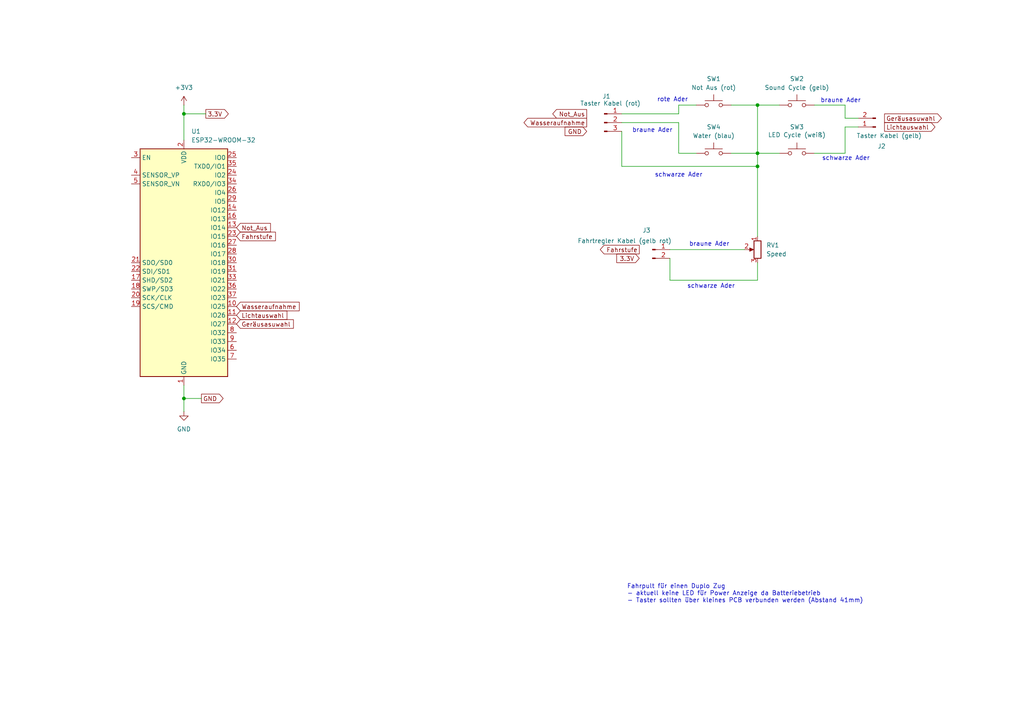
<source format=kicad_sch>
(kicad_sch (version 20250114) (generator "eeschema") (generator_version "9.0")
  (paper "A4")
  (lib_symbols
    (symbol "Connector:Conn_01x02_Pin" (pin_names (offset 1.016) (hide yes))
      (property "Reference" "J" (at 0 2.54 0))
      (property "Value" "Conn_01x02_Pin" (at 0 -5.08 0))
      (symbol "Conn_01x02_Pin_1_1"
        (rectangle (start 0.8636 0.127) (end 0 -0.127) (stroke (width 0.1524)) (fill (type outline)))
        (rectangle (start 0.8636 -2.413) (end 0 -2.667) (stroke (width 0.1524)) (fill (type outline)))
        (polyline (pts (xy 1.27 0) (xy 0.8636 0)) (stroke (width 0.1524)))
        (polyline (pts (xy 1.27 -2.54) (xy 0.8636 -2.54)) (stroke (width 0.1524)))
        (pin passive line (at 5.08 0 180) (length 3.81) (name "Pin_1") (number "1"))
        (pin passive line (at 5.08 -2.54 180) (length 3.81) (name "Pin_2") (number "2"))
      )
    )
    (symbol "Connector:Conn_01x03_Pin" (pin_names (offset 1.016) (hide yes))
      (property "Reference" "J" (at 0 5.08 0))
      (property "Value" "Conn_01x03_Pin" (at 0 -5.08 0))
      (symbol "Conn_01x03_Pin_1_1"
        (rectangle (start 0.8636 2.667) (end 0 2.413) (stroke (width 0.1524)) (fill (type outline)))
        (rectangle (start 0.8636 0.127) (end 0 -0.127) (stroke (width 0.1524)) (fill (type outline)))
        (rectangle (start 0.8636 -2.413) (end 0 -2.667) (stroke (width 0.1524)) (fill (type outline)))
        (polyline (pts (xy 1.27 2.54) (xy 0.8636 2.54)) (stroke (width 0.1524)))
        (polyline (pts (xy 1.27 0) (xy 0.8636 0)) (stroke (width 0.1524)))
        (polyline (pts (xy 1.27 -2.54) (xy 0.8636 -2.54)) (stroke (width 0.1524)))
        (pin passive line (at 5.08 2.54 180) (length 3.81) (name "Pin_1") (number "1"))
        (pin passive line (at 5.08 0 180) (length 3.81) (name "Pin_2") (number "2"))
        (pin passive line (at 5.08 -2.54 180) (length 3.81) (name "Pin_3") (number "3"))
      )
    )
    (symbol "Device:R_Potentiometer" (pin_names (offset 1.016) (hide yes))
      (property "Reference" "RV" (at -4.445 0 90))
      (property "Value" "R_Potentiometer" (at -2.54 0 90))
      (symbol "R_Potentiometer_0_1"
        (rectangle (start 1.016 2.54) (end -1.016 -2.54) (stroke (width 0.254)))
        (polyline (pts (xy 1.143 0) (xy 2.286 0.508) (xy 2.286 -0.508) (xy 1.143 0)) (fill (type outline)))
        (polyline (pts (xy 2.54 0) (xy 1.524 0)))
      )
      (symbol "R_Potentiometer_1_1"
        (pin passive line (at 0 3.81 270) (length 1.27) (name "1") (number "1"))
        (pin passive line (at 0 -3.81 90) (length 1.27) (name "3") (number "3"))
        (pin passive line (at 3.81 0 180) (length 1.27) (name "2") (number "2"))
      )
    )
    (symbol "RF_Module:ESP32-WROOM-32"
      (property "Reference" "U" (at -12.7 34.29 0))
      (property "Value" "ESP32-WROOM-32" (at 1.27 34.29 0))
      (symbol "ESP32-WROOM-32_0_1"
        (rectangle (start -12.7 33.02) (end 12.7 -33.02) (stroke (width 0.254)) (fill (type background)))
      )
      (symbol "ESP32-WROOM-32_1_1"
        (pin input line (at -15.24 30.48 0) (length 2.54) (name "EN") (number "3"))
        (pin input line (at -15.24 25.4 0) (length 2.54) (name "SENSOR_VP") (number "4"))
        (pin input line (at -15.24 22.86 0) (length 2.54) (name "SENSOR_VN") (number "5"))
        (pin bidirectional line (at -15.24 0 0) (length 2.54) (name "SDO/SD0") (number "21"))
        (pin bidirectional line (at -15.24 -2.54 0) (length 2.54) (name "SDI/SD1") (number "22"))
        (pin bidirectional line (at -15.24 -5.08 0) (length 2.54) (name "SHD/SD2") (number "17"))
        (pin bidirectional line (at -15.24 -7.62 0) (length 2.54) (name "SWP/SD3") (number "18"))
        (pin bidirectional line (at -15.24 -10.16 0) (length 2.54) (name "SCK/CLK") (number "20"))
        (pin bidirectional line (at -15.24 -12.7 0) (length 2.54) (name "SCS/CMD") (number "19"))
        (pin no_connect line (at -12.7 -27.94 0) (length 2.54) (hide yes) (name "NC") (number "32"))
        (pin power_in line (at 0 35.56 270) (length 2.54) (name "VDD") (number "2"))
        (pin power_in line (at 0 -35.56 90) (length 2.54) (name "GND") (number "1"))
        (pin passive line (at 0 -35.56 90) (length 2.54) (hide yes) (name "GND") (number "15"))
        (pin passive line (at 0 -35.56 90) (length 2.54) (hide yes) (name "GND") (number "38"))
        (pin passive line (at 0 -35.56 90) (length 2.54) (hide yes) (name "GND") (number "39"))
        (pin bidirectional line (at 15.24 30.48 180) (length 2.54) (name "IO0") (number "25"))
        (pin bidirectional line (at 15.24 27.94 180) (length 2.54) (name "TXD0/IO1") (number "35"))
        (pin bidirectional line (at 15.24 25.4 180) (length 2.54) (name "IO2") (number "24"))
        (pin bidirectional line (at 15.24 22.86 180) (length 2.54) (name "RXD0/IO3") (number "34"))
        (pin bidirectional line (at 15.24 20.32 180) (length 2.54) (name "IO4") (number "26"))
        (pin bidirectional line (at 15.24 17.78 180) (length 2.54) (name "IO5") (number "29"))
        (pin bidirectional line (at 15.24 15.24 180) (length 2.54) (name "IO12") (number "14"))
        (pin bidirectional line (at 15.24 12.7 180) (length 2.54) (name "IO13") (number "16"))
        (pin bidirectional line (at 15.24 10.16 180) (length 2.54) (name "IO14") (number "13"))
        (pin bidirectional line (at 15.24 7.62 180) (length 2.54) (name "IO15") (number "23"))
        (pin bidirectional line (at 15.24 5.08 180) (length 2.54) (name "IO16") (number "27"))
        (pin bidirectional line (at 15.24 2.54 180) (length 2.54) (name "IO17") (number "28"))
        (pin bidirectional line (at 15.24 0 180) (length 2.54) (name "IO18") (number "30"))
        (pin bidirectional line (at 15.24 -2.54 180) (length 2.54) (name "IO19") (number "31"))
        (pin bidirectional line (at 15.24 -5.08 180) (length 2.54) (name "IO21") (number "33"))
        (pin bidirectional line (at 15.24 -7.62 180) (length 2.54) (name "IO22") (number "36"))
        (pin bidirectional line (at 15.24 -10.16 180) (length 2.54) (name "IO23") (number "37"))
        (pin bidirectional line (at 15.24 -12.7 180) (length 2.54) (name "IO25") (number "10"))
        (pin bidirectional line (at 15.24 -15.24 180) (length 2.54) (name "IO26") (number "11"))
        (pin bidirectional line (at 15.24 -17.78 180) (length 2.54) (name "IO27") (number "12"))
        (pin bidirectional line (at 15.24 -20.32 180) (length 2.54) (name "IO32") (number "8"))
        (pin bidirectional line (at 15.24 -22.86 180) (length 2.54) (name "IO33") (number "9"))
        (pin input line (at 15.24 -25.4 180) (length 2.54) (name "IO34") (number "6"))
        (pin input line (at 15.24 -27.94 180) (length 2.54) (name "IO35") (number "7"))
      )
    )
    (symbol "Switch:SW_Push" (pin_numbers (hide yes)) (pin_names (offset 1.016) (hide yes))
      (property "Reference" "SW" (at 1.27 2.54 0))
      (property "Value" "SW_Push" (at 0 -1.524 0))
      (symbol "SW_Push_0_1"
        (circle (center -2.032 0) (radius 0.508))
        (polyline (pts (xy 0 1.27) (xy 0 3.048)))
        (circle (center 2.032 0) (radius 0.508))
        (polyline (pts (xy 2.54 1.27) (xy -2.54 1.27)))
        (pin passive line (at -5.08 0 0) (length 2.54) (name "1") (number "1"))
        (pin passive line (at 5.08 0 180) (length 2.54) (name "2") (number "2"))
      )
    )
    (symbol "power:+3V3" (power) (pin_numbers (hide yes)) (pin_names (offset 0) (hide yes))
      (property "Value" "+3V3" (at 0 3.556 0))
      (symbol "+3V3_0_1"
        (polyline (pts (xy -0.762 1.27) (xy 0 2.54)))
        (polyline (pts (xy 0 2.54) (xy 0.762 1.27)))
        (polyline (pts (xy 0 0) (xy 0 2.54)))
      )
      (symbol "+3V3_1_1"
        (pin power_in line (at 0 0 90) (length 0) (name "~") (number "1"))
      )
    )
    (symbol "power:GND" (power) (pin_numbers (hide yes)) (pin_names (offset 0) (hide yes))
      (property "Value" "GND" (at 0 -3.81 0))
      (symbol "GND_0_1"
        (polyline (pts (xy 0 0) (xy 0 -1.27) (xy 1.27 -1.27) (xy 0 -2.54) (xy -1.27 -1.27) (xy 0 -1.27)))
      )
      (symbol "GND_1_1"
        (pin power_in line (at 0 0 270) (length 0) (name "~") (number "1"))
      )
    )
  )
  (text "schwarze Ader\n" (at 196.85 50.8 0) (effects (font (size 1.27 1.27))))
  (text "schwarze Ader\n" (at 245.364 45.974 0) (effects (font (size 1.27 1.27))))
  (text "Fahrpult für einen Duplo Zug\n- aktuell keine LED für Power Anzeige da Batteriebetrieb\n- Taster sollten über kleines PCB verbunden werden (Abstand 41mm)" (at 181.864 172.212 0) (effects (font (size 1.27 1.27)) (justify left)))
  (text "schwarze Ader\n" (at 206.248 83.058 0) (effects (font (size 1.27 1.27))))
  (text "braune Ader\n" (at 243.84 29.21 0) (effects (font (size 1.27 1.27))))
  (text "braune Ader\n" (at 205.74 70.866 0) (effects (font (size 1.27 1.27))))
  (text "rote Ader\n" (at 195.072 28.956 0) (effects (font (size 1.27 1.27))))
  (text "braune Ader\n" (at 189.23 37.846 0) (effects (font (size 1.27 1.27))))
  (junction (at 53.34 33.02))
  (junction (at 53.34 115.57))
  (junction (at 219.71 48.26))
  (junction (at 219.71 30.48))
  (junction (at 219.71 44.45))
  (wire (pts (xy 219.71 30.48) (xy 226.06 30.48)))
  (wire (pts (xy 194.31 81.28) (xy 219.71 81.28)))
  (wire (pts (xy 53.34 30.48) (xy 53.34 33.02)))
  (wire (pts (xy 248.92 36.83) (xy 245.11 36.83)))
  (wire (pts (xy 180.34 38.1) (xy 180.34 48.26)))
  (wire (pts (xy 245.11 34.29) (xy 245.11 30.48)))
  (wire (pts (xy 53.34 33.02) (xy 59.69 33.02)))
  (wire (pts (xy 53.34 115.57) (xy 53.34 119.38)))
  (wire (pts (xy 212.09 30.48) (xy 219.71 30.48)))
  (wire (pts (xy 53.34 33.02) (xy 53.34 40.64)))
  (wire (pts (xy 219.71 48.26) (xy 219.71 68.58)))
  (wire (pts (xy 53.34 115.57) (xy 58.42 115.57)))
  (wire (pts (xy 53.34 111.76) (xy 53.34 115.57)))
  (wire (pts (xy 245.11 44.45) (xy 236.22 44.45)))
  (wire (pts (xy 245.11 30.48) (xy 236.22 30.48)))
  (wire (pts (xy 196.85 33.02) (xy 196.85 30.48)))
  (wire (pts (xy 219.71 76.2) (xy 219.71 81.28)))
  (wire (pts (xy 196.85 30.48) (xy 201.93 30.48)))
  (wire (pts (xy 196.85 35.56) (xy 196.85 44.45)))
  (wire (pts (xy 196.85 44.45) (xy 201.93 44.45)))
  (wire (pts (xy 248.92 34.29) (xy 245.11 34.29)))
  (wire (pts (xy 180.34 33.02) (xy 196.85 33.02)))
  (wire (pts (xy 245.11 36.83) (xy 245.11 44.45)))
  (wire (pts (xy 180.34 48.26) (xy 219.71 48.26)))
  (wire (pts (xy 194.31 72.39) (xy 215.9 72.39)))
  (wire (pts (xy 219.71 30.48) (xy 219.71 44.45)))
  (wire (pts (xy 180.34 35.56) (xy 196.85 35.56)))
  (wire (pts (xy 194.31 74.93) (xy 194.31 81.28)))
  (wire (pts (xy 212.09 44.45) (xy 219.71 44.45)))
  (wire (pts (xy 219.71 44.45) (xy 219.71 48.26)))
  (wire (pts (xy 219.71 44.45) (xy 226.06 44.45)))
  (global_label "GND" (shape output) (at 58.42 115.57 0) (property "Intersheetrefs" "${INTERSHEET_REFS}" (effects (hide yes))))
  (global_label "3.3V" (shape output) (at 59.69 33.02 0) (property "Intersheetrefs" "${INTERSHEET_REFS}" (effects (hide yes))))
  (global_label "Lichtauswahl" (shape input) (at 68.58 91.44 0) (property "Intersheetrefs" "${INTERSHEET_REFS}" (effects (hide yes))))
  (global_label "Fahrstufe" (shape output) (at 185.42 72.39 180) (property "Intersheetrefs" "${INTERSHEET_REFS}" (effects (hide yes))))
  (global_label "Geräusasuwahl" (shape output) (at 256.54 34.29 0) (property "Intersheetrefs" "${INTERSHEET_REFS}" (effects (hide yes))))
  (global_label "Lichtauswahl" (shape output) (at 256.54 36.83 0) (property "Intersheetrefs" "${INTERSHEET_REFS}" (effects (hide yes))))
  (global_label "Not_Aus" (shape output) (at 170.18 33.02 180) (property "Intersheetrefs" "${INTERSHEET_REFS}" (effects (hide yes))))
  (global_label "Fahrstufe" (shape input) (at 68.58 68.58 0) (property "Intersheetrefs" "${INTERSHEET_REFS}" (effects (hide yes))))
  (global_label "Wasseraufnahme" (shape input) (at 68.58 88.9 0) (property "Intersheetrefs" "${INTERSHEET_REFS}" (effects (hide yes))))
  (global_label "Geräusasuwahl" (shape input) (at 68.58 93.98 0) (property "Intersheetrefs" "${INTERSHEET_REFS}" (effects (hide yes))))
  (global_label "Not_Aus" (shape input) (at 68.58 66.04 0) (property "Intersheetrefs" "${INTERSHEET_REFS}" (effects (hide yes))))
  (global_label "GND" (shape input) (at 170.18 38.1 180) (property "Intersheetrefs" "${INTERSHEET_REFS}" (effects (hide yes))))
  (global_label "3.3V" (shape input) (at 185.42 74.93 180) (property "Intersheetrefs" "${INTERSHEET_REFS}" (effects (hide yes))))
  (global_label "Wasseraufnahme" (shape output) (at 170.18 35.56 180) (property "Intersheetrefs" "${INTERSHEET_REFS}" (effects (hide yes))))
  (symbol (lib_id "RF_Module:ESP32-WROOM-32") (at 53.34 76.2 0) (unit 1)
    (property "Reference" "U1" (at 55.4833 38.1 0) (effects (justify left)))
    (property "Value" "ESP32-WROOM-32" (at 55.4833 40.64 0) (effects (justify left)))
    (property "Footprint" "RF_Module:ESP32-WROOM-32" (effects (hide yes)))
    (property "Datasheet" "https://www.espressif.com/sites/default/files/documentation/esp32-wroom-32_datasheet_en.pdf" (effects (hide yes)))
    (property "Description" "RF Module, ESP32-D0WDQ6 SoC, Wi-Fi 802.11b/g/n, Bluetooth, BLE, 32-bit, 2.7-3.6V, onboard antenna, SMD" (effects (hide yes)))
  )
  (symbol (lib_id "Device:R_Potentiometer") (at 219.71 72.39 0) (mirror y) (unit 1)
    (property "Reference" "RV1" (at 222.25 71.1199 0) (effects (justify right)))
    (property "Value" "Speed" (at 222.25 73.6599 0) (effects (justify right)))
    (property "Description" "Potentiometer" (effects (hide yes)))
  )
  (symbol (lib_id "Connector:Conn_01x03_Pin") (at 175.26 35.56 0) (unit 1)
    (property "Reference" "J1" (at 175.895 27.94 0))
    (property "Value" "Taster Kabel (rot)" (at 177.038 29.972 0))
    (property "Description" "Generic connector, single row, 01x03, script generated" (effects (hide yes)))
  )
  (symbol (lib_id "Switch:SW_Push") (at 231.14 44.45 0) (unit 1)
    (property "Reference" "SW3" (at 231.14 36.83 0))
    (property "Value" "LED Cycle (weiß)" (at 231.14 39.116 0))
    (property "Description" "Push button switch, generic, two pins" (effects (hide yes)))
  )
  (symbol (lib_id "Connector:Conn_01x02_Pin") (at 254 36.83 180) (unit 1)
    (property "Reference" "J2" (at 254.508 42.418 0) (effects (justify right)))
    (property "Value" "Taster Kabel (gelb)" (at 248.412 39.37 0) (effects (justify right)))
    (property "Description" "Generic connector, single row, 01x02, script generated" (effects (hide yes)))
  )
  (symbol (lib_id "Switch:SW_Push") (at 207.01 30.48 0) (unit 1)
    (property "Reference" "SW1" (at 207.01 22.86 0))
    (property "Value" "Not Aus (rot)" (at 207.01 25.4 0))
    (property "Description" "Push button switch, generic, two pins" (effects (hide yes)))
  )
  (symbol (lib_id "power:GND") (at 53.34 119.38 0) (unit 1)
    (property "Reference" "#PWR01" (effects (hide yes)))
    (property "Value" "GND" (at 53.34 124.46 0))
    (property "Description" "Power symbol creates a global label with name \"GND\" , ground" (effects (hide yes)))
  )
  (symbol (lib_id "Switch:SW_Push") (at 207.01 44.45 0) (unit 1)
    (property "Reference" "SW4" (at 207.01 36.83 0))
    (property "Value" "Water (blau)" (at 207.01 39.37 0))
    (property "Description" "Push button switch, generic, two pins" (effects (hide yes)))
  )
  (symbol (lib_id "Connector:Conn_01x02_Pin") (at 189.23 72.39 0) (unit 1)
    (property "Reference" "J3" (at 188.722 66.802 0) (effects (justify right)))
    (property "Value" "Fahrtregler Kabel (gelb rot)" (at 194.818 69.85 0) (effects (justify right)))
    (property "Description" "Generic connector, single row, 01x02, script generated" (effects (hide yes)))
  )
  (symbol (lib_id "power:+3V3") (at 53.34 30.48 0) (unit 1)
    (property "Reference" "#PWR02" (effects (hide yes)))
    (property "Value" "+3V3" (at 53.34 25.4 0))
    (property "Description" "Power symbol creates a global label with name \"+3V3\"" (effects (hide yes)))
  )
  (symbol (lib_id "Switch:SW_Push") (at 231.14 30.48 0) (unit 1)
    (property "Reference" "SW2" (at 231.14 22.86 0))
    (property "Value" "Sound Cycle (gelb)" (at 231.14 25.4 0))
    (property "Description" "Push button switch, generic, two pins" (effects (hide yes)))
  )
)
</source>
